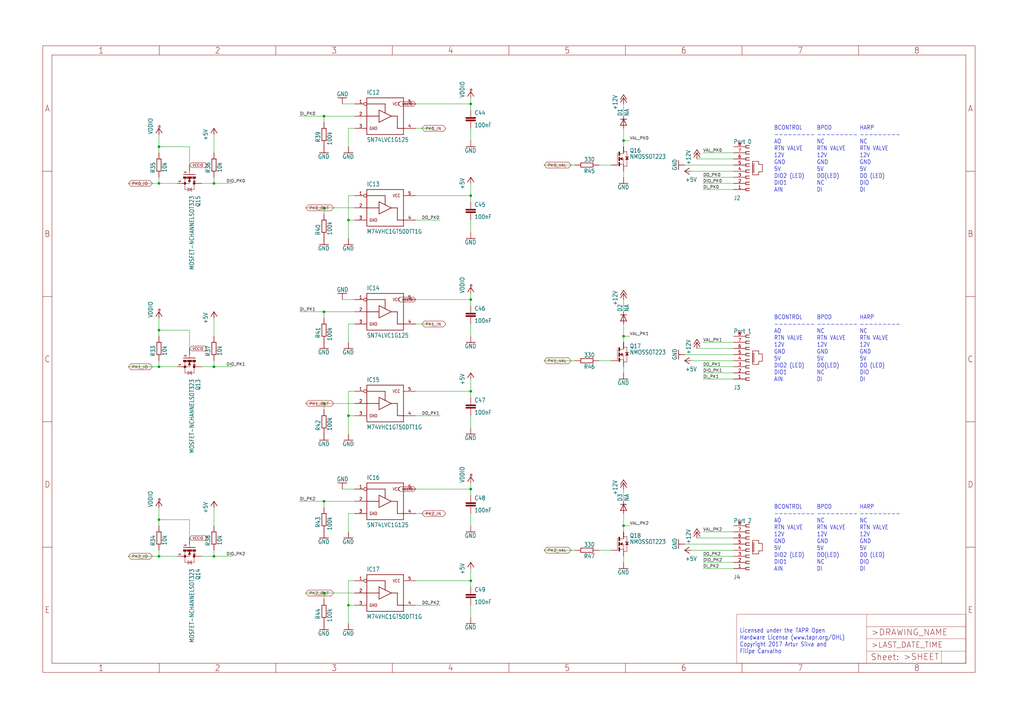
<source format=kicad_sch>
(kicad_sch (version 20211123) (generator eeschema)
  (paper "User" 425.45 299.593)
  (lib_symbols
    (symbol "harp behavior v1.2-eagle-import:+12V" (power)
      (property "Value" "+12V" (at -2.54 -5.08 90))
      (symbol "+12V_1_0"
        (pin power_in line (at 0 -2.54 90) (length 2.54) (name "+12V") (number "1"))
      )
    )
    (symbol "harp behavior v1.2-eagle-import:+5V" (power)
      (property "Value" "+5V" (at -2.54 -5.08 90))
      (symbol "+5V_1_0"
        (pin power_in line (at 0 -2.54 90) (length 2.54) (name "+5V") (number "1"))
      )
    )
    (symbol "harp behavior v1.2-eagle-import:520426-4"
      (property "Reference" "J" (at -5.08 10.16 0))
      (property "Value" "520426-4" (at -5.08 -13.208 0))
      (symbol "520426-4_1_0"
        (pin passive line (at -5.08 7.62 0) (length 5.08) (name "1") (number "1"))
        (pin passive line (at -5.08 5.08 0) (length 5.08) (name "2") (number "2"))
        (pin passive line (at -5.08 2.54 0) (length 5.08) (name "3") (number "3"))
        (pin passive line (at -5.08 0 0) (length 5.08) (name "4") (number "4"))
        (pin passive line (at -5.08 -2.54 0) (length 5.08) (name "5") (number "5"))
        (pin passive line (at -5.08 -5.08 0) (length 5.08) (name "6") (number "6"))
        (pin passive line (at -5.08 -7.62 0) (length 5.08) (name "7") (number "7"))
        (pin passive line (at -5.08 -10.16 0) (length 5.08) (name "8") (number "8"))
      )
    )
    (symbol "harp behavior v1.2-eagle-import:A3L-LOC"
      (symbol "A3L-LOC_0_0"
        (text "1" (at 24.2094 1.905 0) (effects (font (size 2.54 2.286))))
        (text "1" (at 24.2094 258.445 0) (effects (font (size 2.54 2.286))))
        (text "2" (at 72.6281 1.905 0) (effects (font (size 2.54 2.286))))
        (text "2" (at 72.6281 258.445 0) (effects (font (size 2.54 2.286))))
        (text "3" (at 121.0469 1.905 0) (effects (font (size 2.54 2.286))))
        (text "3" (at 121.0469 258.445 0) (effects (font (size 2.54 2.286))))
        (text "4" (at 169.4656 1.905 0) (effects (font (size 2.54 2.286))))
        (text "4" (at 169.4656 258.445 0) (effects (font (size 2.54 2.286))))
        (text "5" (at 217.8844 1.905 0) (effects (font (size 2.54 2.286))))
        (text "5" (at 217.8844 258.445 0) (effects (font (size 2.54 2.286))))
        (text "6" (at 266.3031 1.905 0) (effects (font (size 2.54 2.286))))
        (text "6" (at 266.3031 258.445 0) (effects (font (size 2.54 2.286))))
        (text "7" (at 314.7219 1.905 0) (effects (font (size 2.54 2.286))))
        (text "7" (at 314.7219 258.445 0) (effects (font (size 2.54 2.286))))
        (text "8" (at 363.1406 1.905 0) (effects (font (size 2.54 2.286))))
        (text "8" (at 363.1406 258.445 0) (effects (font (size 2.54 2.286))))
        (text "A" (at 1.905 234.315 0) (effects (font (size 2.54 2.286))))
        (text "A" (at 385.445 234.315 0) (effects (font (size 2.54 2.286))))
        (text "B" (at 1.905 182.245 0) (effects (font (size 2.54 2.286))))
        (text "B" (at 385.445 182.245 0) (effects (font (size 2.54 2.286))))
        (text "C" (at 1.905 130.175 0) (effects (font (size 2.54 2.286))))
        (text "C" (at 385.445 130.175 0) (effects (font (size 2.54 2.286))))
        (text "D" (at 1.905 78.105 0) (effects (font (size 2.54 2.286))))
        (text "D" (at 385.445 78.105 0) (effects (font (size 2.54 2.286))))
        (text "E" (at 1.905 26.035 0) (effects (font (size 2.54 2.286))))
        (text "E" (at 385.445 26.035 0) (effects (font (size 2.54 2.286))))
      )
      (symbol "A3L-LOC_1_0"
        (text ">DRAWING_NAME" (at 344.17 15.24 0) (effects (font (size 2.54 2.54)) (justify left bottom)))
        (text ">LAST_DATE_TIME" (at 344.17 10.16 0) (effects (font (size 2.286 2.286)) (justify left bottom)))
        (text ">SHEET" (at 357.505 5.08 0) (effects (font (size 2.54 2.54)) (justify left bottom)))
        (text "Sheet:" (at 343.916 4.953 0) (effects (font (size 2.54 2.54)) (justify left bottom)))
      )
    )
    (symbol "harp behavior v1.2-eagle-import:C-EUC0402"
      (property "Reference" "C" (at 1.524 0.381 0))
      (property "Value" "C-EUC0402" (at 1.524 -4.699 0))
      (symbol "C-EUC0402_1_0"
        (pin passive line (at 0 2.54 270) (length 2.54) (name "1") (number "1"))
        (pin passive line (at 0 -5.08 90) (length 2.54) (name "2") (number "2"))
      )
    )
    (symbol "harp behavior v1.2-eagle-import:DIODE-SOD323-R"
      (property "Reference" "D" (at 2.54 0.4826 0))
      (property "Value" "DIODE-SOD323-R" (at 2.54 -2.3114 0))
      (symbol "DIODE-SOD323-R_1_0"
        (pin passive line (at -2.54 0 0) (length 2.54) (name "A") (number "A"))
        (pin passive line (at 2.54 0 180) (length 2.54) (name "C") (number "C"))
      )
    )
    (symbol "harp behavior v1.2-eagle-import:GND" (power)
      (property "Value" "GND" (at -2.54 -2.54 0))
      (symbol "GND_1_0"
        (pin power_in line (at 0 2.54 270) (length 2.54) (name "GND") (number "1"))
      )
    )
    (symbol "harp behavior v1.2-eagle-import:MOSFET-NCHANNELSOT323"
      (property "Reference" "Q" (at 5.08 2.54 0))
      (property "Value" "MOSFET-NCHANNELSOT323" (at 5.08 0 0))
      (symbol "MOSFET-NCHANNELSOT323_1_0"
        (text "D" (at -1.27 2.54 0) (effects (font (size 0.8128 0.6908)) (justify left bottom)))
        (text "G" (at -5.08 -1.27 0) (effects (font (size 0.8128 0.6908)) (justify left bottom)))
        (text "S" (at -1.27 -3.556 0) (effects (font (size 0.8128 0.6908)) (justify left bottom)))
        (pin passive line (at -7.62 0 0) (length 2.54) (name "G") (number "1"))
        (pin passive line (at 0 -5.08 90) (length 2.54) (name "S") (number "2"))
        (pin passive line (at 0 5.08 270) (length 2.54) (name "D") (number "3"))
      )
    )
    (symbol "harp behavior v1.2-eagle-import:NMOSSOT223"
      (property "Reference" "T" (at 2.54 2.54 0))
      (property "Value" "NMOSSOT223" (at 2.54 0 0))
      (symbol "NMOSSOT223_1_0"
        (pin passive line (at -5.08 -2.54 0) (length 2.54) (name "G") (number "1"))
        (pin passive line (at 0 5.08 270) (length 2.54) (name "D") (number "2"))
        (pin passive line (at 0 -5.08 90) (length 2.54) (name "S") (number "3"))
        (pin passive line (at 0 5.08 270) (length 2.54) (name "D") (number "4"))
      )
    )
    (symbol "harp behavior v1.2-eagle-import:R-EU_R0402"
      (property "Reference" "R" (at -3.81 1.4986 0))
      (property "Value" "R-EU_R0402" (at -3.81 -3.302 0))
      (symbol "R-EU_R0402_1_0"
        (pin passive line (at -5.08 0 0) (length 2.54) (name "1") (number "1"))
        (pin passive line (at 5.08 0 180) (length 2.54) (name "2") (number "2"))
      )
    )
    (symbol "harp behavior v1.2-eagle-import:SN74LVC1G125"
      (property "Value" "SN74LVC1G125" (at -7.62 -10.795 0))
      (symbol "SN74LVC1G125_1_0"
        (text "GND" (at -6.604 -5.842 0) (effects (font (size 1.27 1.0795)) (justify left bottom)))
        (text "VCC" (at 3.048 4.318 0) (effects (font (size 1.27 1.0795)) (justify left bottom)))
        (pin bidirectional inverted (at -12.7 5.08 0) (length 5.08) (name "P$1") (number "1"))
        (pin bidirectional line (at -12.7 0 0) (length 5.08) (name "P$2") (number "2"))
        (pin bidirectional line (at -12.7 -5.08 0) (length 5.08) (name "P$3") (number "3"))
        (pin bidirectional line (at 12.7 -5.08 180) (length 5.08) (name "P$4") (number "4"))
        (pin bidirectional line (at 12.7 5.08 180) (length 5.08) (name "P$5") (number "5"))
      )
    )
    (symbol "harp behavior v1.2-eagle-import:VCCIO" (power)
      (property "Value" "VCCIO" (at -2.54 -2.54 90))
      (symbol "VCCIO_1_0"
        (text "IO" (at -0.508 0.254 0) (effects (font (size 0.8128 0.6908)) (justify left bottom)))
        (pin power_in line (at 0 -2.54 90) (length 2.54) (name "VCCIO") (number "1"))
      )
    )
  )
  (junction (at 195.58 241.3))
  (junction (at 134.62 48.26))
  (junction (at 195.58 124.46))
  (junction (at 144.78 251.46))
  (junction (at 259.08 58.42))
  (junction (at 66.04 76.2))
  (junction (at 144.78 172.72))
  (junction (at 195.58 81.28))
  (junction (at 88.9 231.14))
  (junction (at 66.04 231.14))
  (junction (at 195.58 162.56))
  (junction (at 66.04 215.9))
  (junction (at 66.04 137.16))
  (junction (at 134.62 208.28))
  (junction (at 134.62 86.36))
  (junction (at 66.04 60.96))
  (junction (at 88.9 76.2))
  (junction (at 195.58 43.18))
  (junction (at 195.58 203.2))
  (junction (at 134.62 129.54))
  (junction (at 134.62 167.64))
  (junction (at 144.78 91.44))
  (junction (at 66.04 152.4))
  (junction (at 134.62 246.38))
  (junction (at 259.08 218.44))
  (junction (at 259.08 139.7))
  (junction (at 88.9 152.4))
  (wire (pts (xy 172.72 172.72) (xy 182.88 172.72)))
  (wire (pts (xy 144.78 91.44) (xy 144.78 99.06)))
  (wire (pts (xy 248.92 149.86) (xy 254 149.86)))
  (wire (pts (xy 88.9 139.7) (xy 88.9 132.08)))
  (wire (pts (xy 304.8 78.74) (xy 292.1 78.74)))
  (wire (pts (xy 66.04 215.9) (xy 66.04 210.82)))
  (wire (pts (xy 172.72 251.46) (xy 182.88 251.46)))
  (wire (pts (xy 304.8 142.24) (xy 292.1 142.24)))
  (wire (pts (xy 172.72 241.3) (xy 195.58 241.3)))
  (wire (pts (xy 144.78 172.72) (xy 144.78 180.34)))
  (wire (pts (xy 259.08 208.28) (xy 259.08 203.2)))
  (wire (pts (xy 134.62 132.08) (xy 134.62 129.54)))
  (wire (pts (xy 195.58 53.34) (xy 195.58 58.42)))
  (wire (pts (xy 88.9 228.6) (xy 88.9 231.14)))
  (wire (pts (xy 259.08 218.44) (xy 259.08 213.36)))
  (wire (pts (xy 304.8 149.86) (xy 287.02 149.86)))
  (wire (pts (xy 144.78 53.34) (xy 144.78 60.96)))
  (wire (pts (xy 172.72 213.36) (xy 180.34 213.36)))
  (wire (pts (xy 284.48 68.58) (xy 304.8 68.58)))
  (wire (pts (xy 66.04 152.4) (xy 53.34 152.4)))
  (wire (pts (xy 144.78 241.3) (xy 144.78 251.46)))
  (wire (pts (xy 66.04 73.66) (xy 66.04 76.2)))
  (wire (pts (xy 88.9 218.44) (xy 88.9 210.82)))
  (wire (pts (xy 78.74 68.58) (xy 78.74 60.96)))
  (wire (pts (xy 78.74 60.96) (xy 66.04 60.96)))
  (wire (pts (xy 304.8 231.14) (xy 292.1 231.14)))
  (wire (pts (xy 144.78 213.36) (xy 144.78 220.98)))
  (wire (pts (xy 259.08 142.24) (xy 259.08 139.7)))
  (wire (pts (xy 172.72 162.56) (xy 195.58 162.56)))
  (wire (pts (xy 259.08 60.96) (xy 259.08 58.42)))
  (wire (pts (xy 134.62 170.18) (xy 134.62 167.64)))
  (wire (pts (xy 195.58 40.64) (xy 195.58 43.18)))
  (wire (pts (xy 195.58 127) (xy 195.58 124.46)))
  (wire (pts (xy 304.8 236.22) (xy 292.1 236.22)))
  (wire (pts (xy 259.08 129.54) (xy 259.08 124.46)))
  (wire (pts (xy 259.08 58.42) (xy 261.62 58.42)))
  (wire (pts (xy 134.62 208.28) (xy 124.46 208.28)))
  (wire (pts (xy 147.32 241.3) (xy 144.78 241.3)))
  (wire (pts (xy 66.04 76.2) (xy 53.34 76.2)))
  (wire (pts (xy 259.08 233.68) (xy 259.08 231.14)))
  (wire (pts (xy 147.32 246.38) (xy 134.62 246.38)))
  (wire (pts (xy 172.72 81.28) (xy 195.58 81.28)))
  (wire (pts (xy 134.62 48.26) (xy 124.46 48.26)))
  (wire (pts (xy 66.04 149.86) (xy 66.04 152.4)))
  (wire (pts (xy 144.78 81.28) (xy 144.78 91.44)))
  (wire (pts (xy 195.58 251.46) (xy 195.58 256.54)))
  (wire (pts (xy 172.72 203.2) (xy 195.58 203.2)))
  (wire (pts (xy 66.04 137.16) (xy 66.04 132.08)))
  (wire (pts (xy 259.08 139.7) (xy 259.08 134.62)))
  (wire (pts (xy 304.8 71.12) (xy 287.02 71.12)))
  (wire (pts (xy 134.62 88.9) (xy 134.62 86.36)))
  (wire (pts (xy 289.56 144.78) (xy 304.8 144.78)))
  (wire (pts (xy 259.08 220.98) (xy 259.08 218.44)))
  (wire (pts (xy 78.74 144.78) (xy 78.74 137.16)))
  (wire (pts (xy 195.58 236.22) (xy 195.58 241.3)))
  (wire (pts (xy 144.78 162.56) (xy 144.78 172.72)))
  (wire (pts (xy 304.8 223.52) (xy 289.56 223.52)))
  (wire (pts (xy 259.08 154.94) (xy 259.08 152.4)))
  (wire (pts (xy 73.66 231.14) (xy 66.04 231.14)))
  (wire (pts (xy 134.62 248.92) (xy 134.62 246.38)))
  (wire (pts (xy 88.9 149.86) (xy 88.9 152.4)))
  (wire (pts (xy 259.08 139.7) (xy 261.62 139.7)))
  (wire (pts (xy 195.58 121.92) (xy 195.58 124.46)))
  (wire (pts (xy 195.58 76.2) (xy 195.58 81.28)))
  (wire (pts (xy 78.74 223.52) (xy 78.74 215.9)))
  (wire (pts (xy 134.62 246.38) (xy 127 246.38)))
  (wire (pts (xy 147.32 53.34) (xy 144.78 53.34)))
  (wire (pts (xy 284.48 226.06) (xy 304.8 226.06)))
  (wire (pts (xy 304.8 233.68) (xy 292.1 233.68)))
  (wire (pts (xy 304.8 152.4) (xy 292.1 152.4)))
  (wire (pts (xy 304.8 154.94) (xy 292.1 154.94)))
  (wire (pts (xy 259.08 73.66) (xy 259.08 71.12)))
  (wire (pts (xy 195.58 243.84) (xy 195.58 241.3)))
  (wire (pts (xy 172.72 124.46) (xy 195.58 124.46)))
  (wire (pts (xy 88.9 73.66) (xy 88.9 76.2)))
  (wire (pts (xy 73.66 152.4) (xy 66.04 152.4)))
  (wire (pts (xy 259.08 53.34) (xy 259.08 58.42)))
  (wire (pts (xy 66.04 215.9) (xy 66.04 218.44)))
  (wire (pts (xy 83.82 152.4) (xy 88.9 152.4)))
  (wire (pts (xy 66.04 228.6) (xy 66.04 231.14)))
  (wire (pts (xy 147.32 251.46) (xy 144.78 251.46)))
  (wire (pts (xy 238.76 149.86) (xy 226.06 149.86)))
  (wire (pts (xy 134.62 208.28) (xy 147.32 208.28)))
  (wire (pts (xy 144.78 251.46) (xy 144.78 259.08)))
  (wire (pts (xy 134.62 129.54) (xy 124.46 129.54)))
  (wire (pts (xy 284.48 147.32) (xy 304.8 147.32)))
  (wire (pts (xy 304.8 63.5) (xy 292.1 63.5)))
  (wire (pts (xy 134.62 50.8) (xy 134.62 48.26)))
  (wire (pts (xy 147.32 124.46) (xy 142.24 124.46)))
  (wire (pts (xy 195.58 200.66) (xy 195.58 203.2)))
  (wire (pts (xy 147.32 43.18) (xy 142.24 43.18)))
  (wire (pts (xy 88.9 231.14) (xy 96.52 231.14)))
  (wire (pts (xy 66.04 137.16) (xy 66.04 139.7)))
  (wire (pts (xy 88.9 63.5) (xy 88.9 55.88)))
  (wire (pts (xy 304.8 76.2) (xy 292.1 76.2)))
  (wire (pts (xy 195.58 172.72) (xy 195.58 177.8)))
  (wire (pts (xy 304.8 73.66) (xy 292.1 73.66)))
  (wire (pts (xy 238.76 68.58) (xy 226.06 68.58)))
  (wire (pts (xy 195.58 213.36) (xy 195.58 218.44)))
  (wire (pts (xy 83.82 76.2) (xy 88.9 76.2)))
  (wire (pts (xy 134.62 86.36) (xy 127 86.36)))
  (wire (pts (xy 248.92 228.6) (xy 254 228.6)))
  (wire (pts (xy 238.76 228.6) (xy 226.06 228.6)))
  (wire (pts (xy 144.78 134.62) (xy 144.78 142.24)))
  (wire (pts (xy 304.8 66.04) (xy 289.56 66.04)))
  (wire (pts (xy 147.32 203.2) (xy 142.24 203.2)))
  (wire (pts (xy 172.72 43.18) (xy 195.58 43.18)))
  (wire (pts (xy 78.74 215.9) (xy 66.04 215.9)))
  (wire (pts (xy 147.32 213.36) (xy 144.78 213.36)))
  (wire (pts (xy 195.58 165.1) (xy 195.58 162.56)))
  (wire (pts (xy 195.58 205.74) (xy 195.58 203.2)))
  (wire (pts (xy 195.58 134.62) (xy 195.58 139.7)))
  (wire (pts (xy 304.8 228.6) (xy 287.02 228.6)))
  (wire (pts (xy 147.32 172.72) (xy 144.78 172.72)))
  (wire (pts (xy 248.92 68.58) (xy 254 68.58)))
  (wire (pts (xy 66.04 231.14) (xy 53.34 231.14)))
  (wire (pts (xy 172.72 91.44) (xy 182.88 91.44)))
  (wire (pts (xy 147.32 162.56) (xy 144.78 162.56)))
  (wire (pts (xy 73.66 76.2) (xy 66.04 76.2)))
  (wire (pts (xy 304.8 220.98) (xy 292.1 220.98)))
  (wire (pts (xy 78.74 137.16) (xy 66.04 137.16)))
  (wire (pts (xy 195.58 45.72) (xy 195.58 43.18)))
  (wire (pts (xy 134.62 167.64) (xy 127 167.64)))
  (wire (pts (xy 195.58 157.48) (xy 195.58 162.56)))
  (wire (pts (xy 134.62 48.26) (xy 147.32 48.26)))
  (wire (pts (xy 88.9 152.4) (xy 96.52 152.4)))
  (wire (pts (xy 304.8 157.48) (xy 292.1 157.48)))
  (wire (pts (xy 172.72 134.62) (xy 180.34 134.62)))
  (wire (pts (xy 147.32 86.36) (xy 134.62 86.36)))
  (wire (pts (xy 88.9 76.2) (xy 96.52 76.2)))
  (wire (pts (xy 83.82 231.14) (xy 88.9 231.14)))
  (wire (pts (xy 134.62 210.82) (xy 134.62 208.28)))
  (wire (pts (xy 195.58 83.82) (xy 195.58 81.28)))
  (wire (pts (xy 172.72 53.34) (xy 180.34 53.34)))
  (wire (pts (xy 195.58 91.44) (xy 195.58 96.52)))
  (wire (pts (xy 147.32 91.44) (xy 144.78 91.44)))
  (wire (pts (xy 66.04 60.96) (xy 66.04 63.5)))
  (wire (pts (xy 259.08 218.44) (xy 261.62 218.44)))
  (wire (pts (xy 134.62 129.54) (xy 147.32 129.54)))
  (wire (pts (xy 259.08 48.26) (xy 259.08 43.18)))
  (wire (pts (xy 147.32 134.62) (xy 144.78 134.62)))
  (wire (pts (xy 147.32 81.28) (xy 144.78 81.28)))
  (wire (pts (xy 147.32 167.64) (xy 134.62 167.64)))
  (wire (pts (xy 66.04 60.96) (xy 66.04 55.88)))
  (text "Licensed under the TAPR Open\nHardware License (www.tapr.org/OHL)\nCopyright 2017 Artur Silva and\nFilipe Carvalho" (at 307.34 271.78 0) (effects (font (size 1.778 1.5113)) (justify left bottom)))
  (text "HARP\n---------\nNC\nRTN VALVE\n12V\nGND\n5V\nDO (LED)\nDIO\nDI" (at 357.124 237.49 0) (effects (font (size 1.778 1.5113)) (justify left bottom)))
  (text "BPOD\n---------\nNC\nRTN VALVE\n12V\nGND\n5V\nDO(LED)\nNC\nDI" (at 339.344 80.01 0) (effects (font (size 1.778 1.5113)) (justify left bottom)))
  (text "HARP\n---------\nNC\nRTN VALVE\n12V\nGND\n5V\nDO (LED)\nDIO\nDI" (at 357.124 80.01 0) (effects (font (size 1.778 1.5113)) (justify left bottom)))
  (text "BCONTROL\n---------\nAO\nRTN VALVE\n12V\nGND\n5V\nDIO2 (LED)\nDIO1\nAIN" (at 321.564 158.75 0) (effects (font (size 1.778 1.5113)) (justify left bottom)))
  (text "BCONTROL\n---------\nAO\nRTN VALVE\n12V\nGND\n5V\nDIO2 (LED)\nDIO1\nAIN" (at 321.564 237.49 0) (effects (font (size 1.778 1.5113)) (justify left bottom)))
  (text "BCONTROL\n---------\nAO\nRTN VALVE\n12V\nGND\n5V\nDIO2 (LED)\nDIO1\nAIN" (at 321.564 80.01 0) (effects (font (size 1.778 1.5113)) (justify left bottom)))
  (text "BPOD\n---------\nNC\nRTN VALVE\n12V\nGND\n5V\nDO(LED)\nNC\nDI" (at 339.344 237.49 0) (effects (font (size 1.778 1.5113)) (justify left bottom)))
  (text "HARP\n---------\nNC\nRTN VALVE\n12V\nGND\n5V\nDO (LED)\nDIO\nDI" (at 357.124 158.75 0) (effects (font (size 1.778 1.5113)) (justify left bottom)))
  (text "BPOD\n---------\nNC\nRTN VALVE\n12V\nGND\n5V\nDO(LED)\nNC\nDI" (at 339.344 158.75 0) (effects (font (size 1.778 1.5113)) (justify left bottom)))
  (label "DO_PK2" (at 292.1 231.14 0) (effects (font (size 1.2446 1.2446))))
  (label "DO_PK2" (at 175.26 251.46 0) (effects (font (size 1.2446 1.2446))))
  (label "DIO_PK0" (at 292.1 76.2 0) (effects (font (size 1.2446 1.2446))))
  (label "DO_PK1" (at 292.1 152.4 0) (effects (font (size 1.2446 1.2446))))
  (label "DI_PK1" (at 292.1 157.48 0) (effects (font (size 1.2446 1.2446))))
  (label "DO_PK0" (at 292.1 73.66 0) (effects (font (size 1.2446 1.2446))))
  (label "DIO_PK1" (at 93.98 152.4 0) (effects (font (size 1.2446 1.2446))))
  (label "DO_PK0" (at 175.26 91.44 0) (effects (font (size 1.2446 1.2446))))
  (label "DI_PK0" (at 124.46 48.26 0) (effects (font (size 1.2446 1.2446))))
  (label "DIO_PK1" (at 292.1 154.94 0) (effects (font (size 1.2446 1.2446))))
  (label "VAL_PK0" (at 292.1 63.5 0) (effects (font (size 1.2446 1.2446))))
  (label "DI_PK0" (at 292.1 78.74 0) (effects (font (size 1.2446 1.2446))))
  (label "VAL_PK1" (at 261.62 139.7 0) (effects (font (size 1.2446 1.2446))))
  (label "VAL_PK0" (at 261.62 58.42 0) (effects (font (size 1.2446 1.2446))))
  (label "DI_PK1" (at 124.46 129.54 0) (effects (font (size 1.2446 1.2446))))
  (label "VAL_PK2" (at 261.62 218.44 0) (effects (font (size 1.2446 1.2446))))
  (label "VAL_PK2" (at 292.1 220.98 0) (effects (font (size 1.2446 1.2446))))
  (label "DIO_PK2" (at 292.1 233.68 0) (effects (font (size 1.2446 1.2446))))
  (label "VAL_PK1" (at 292.1 142.24 0) (effects (font (size 1.2446 1.2446))))
  (label "DI_PK2" (at 124.46 208.28 0) (effects (font (size 1.2446 1.2446))))
  (label "DO_PK1" (at 175.26 172.72 0) (effects (font (size 1.2446 1.2446))))
  (label "DIO_PK2" (at 93.98 231.14 0) (effects (font (size 1.2446 1.2446))))
  (label "DI_PK2" (at 292.1 236.22 0) (effects (font (size 1.2446 1.2446))))
  (label "DIO_PK0" (at 93.98 76.2 0) (effects (font (size 1.2446 1.2446))))
  (global_label "PK0_IO" (shape bidirectional) (at 53.34 76.2 0) (effects (font (size 1.2446 1.2446))) (property "Intersheet References" "${INTERSHEET_REFS}" (effects hide)))
  (global_label "PK1_IO" (shape bidirectional) (at 53.34 152.4 0) (effects (font (size 1.2446 1.2446))) (property "Intersheet References" "${INTERSHEET_REFS}" (effects hide)))
  (global_label "VCCIO" (shape bidirectional) (at 172.72 43.18 180) (effects (font (size 1.016 1.016))) (property "Intersheet References" "${INTERSHEET_REFS}" (effects hide)))
  (global_label "PK1_IN" (shape bidirectional) (at 175.26 134.62 0) (effects (font (size 1.2446 1.2446))) (property "Intersheet References" "${INTERSHEET_REFS}" (effects hide)))
  (global_label "VCCIO" (shape bidirectional) (at 172.72 124.46 180) (effects (font (size 1.016 1.016))) (property "Intersheet References" "${INTERSHEET_REFS}" (effects hide)))
  (global_label "PK2_OUT" (shape bidirectional) (at 127 246.38 0) (effects (font (size 1.2446 1.2446))) (property "Intersheet References" "${INTERSHEET_REFS}" (effects hide)))
  (global_label "VCCIO" (shape bidirectional) (at 172.72 203.2 180) (effects (font (size 1.016 1.016))) (property "Intersheet References" "${INTERSHEET_REFS}" (effects hide)))
  (global_label "VCCIO" (shape bidirectional) (at 78.74 144.78 0) (effects (font (size 1.016 1.016))) (property "Intersheet References" "${INTERSHEET_REFS}" (effects hide)))
  (global_label "PK0_IN" (shape bidirectional) (at 175.26 53.34 0) (effects (font (size 1.2446 1.2446))) (property "Intersheet References" "${INTERSHEET_REFS}" (effects hide)))
  (global_label "VCCIO" (shape bidirectional) (at 78.74 68.58 0) (effects (font (size 1.016 1.016))) (property "Intersheet References" "${INTERSHEET_REFS}" (effects hide)))
  (global_label "PK1_VAL" (shape bidirectional) (at 226.06 149.86 0) (effects (font (size 1.2446 1.2446))) (property "Intersheet References" "${INTERSHEET_REFS}" (effects hide)))
  (global_label "PK2_IN" (shape bidirectional) (at 175.26 213.36 0) (effects (font (size 1.2446 1.2446))) (property "Intersheet References" "${INTERSHEET_REFS}" (effects hide)))
  (global_label "PK1_OUT" (shape bidirectional) (at 127 167.64 0) (effects (font (size 1.2446 1.2446))) (property "Intersheet References" "${INTERSHEET_REFS}" (effects hide)))
  (global_label "PK0_OUT" (shape bidirectional) (at 127 86.36 0) (effects (font (size 1.2446 1.2446))) (property "Intersheet References" "${INTERSHEET_REFS}" (effects hide)))
  (global_label "PK2_IO" (shape bidirectional) (at 53.34 231.14 0) (effects (font (size 1.2446 1.2446))) (property "Intersheet References" "${INTERSHEET_REFS}" (effects hide)))
  (global_label "PK0_VAL" (shape bidirectional) (at 226.06 68.58 0) (effects (font (size 1.2446 1.2446))) (property "Intersheet References" "${INTERSHEET_REFS}" (effects hide)))
  (global_label "PK2_VAL" (shape bidirectional) (at 226.06 228.6 0) (effects (font (size 1.2446 1.2446))) (property "Intersheet References" "${INTERSHEET_REFS}" (effects hide)))
  (global_label "VCCIO" (shape bidirectional) (at 78.74 223.52 0) (effects (font (size 1.016 1.016))) (property "Intersheet References" "${INTERSHEET_REFS}" (effects hide)))
  (symbol (lib_id "harp behavior v1.2-eagle-import:520426-4") (at 309.88 71.12 0) (mirror x)
    (property "Reference" "J2" (at 304.8 81.28 0) (effects (font (size 1.778 1.5113)) (justify left bottom)))
    (property "Value" "Port 0" (at 304.8 57.912 0) (effects (font (size 1.778 1.5113)) (justify left bottom)))
    (property "Footprint" "harp behavior v1.2:520426-4" (effects hide))
  )
  (symbol (lib_id "harp behavior v1.2-eagle-import:R-EU_R0402") (at 66.04 68.58 90) (mirror x)
    (property "Reference" "R35" (at 64.5414 67.31 0) (effects (font (size 1.778 1.5113)) (justify left bottom)))
    (property "Value" "10k" (at 69.342 67.31 0) (effects (font (size 1.778 1.5113)) (justify left bottom)))
    (property "Footprint" "harp behavior v1.2:R0402" (effects hide))
  )
  (symbol (lib_id "harp behavior v1.2-eagle-import:DIODE-SOD323-R") (at 259.08 50.8 90)
    (property "Reference" "D1" (at 258.5974 48.26 0) (effects (font (size 1.778 1.5113)) (justify left bottom)))
    (property "Value" "NA" (at 261.3914 48.26 0) (effects (font (size 1.778 1.5113)) (justify left bottom)))
    (property "Footprint" "harp behavior v1.2:SOD323-R" (effects hide))
  )
  (symbol (lib_id "harp behavior v1.2-eagle-import:R-EU_R0402") (at 243.84 68.58 0) (mirror x)
    (property "Reference" "R45" (at 242.57 70.0786 0) (effects (font (size 1.778 1.5113)) (justify left bottom)))
    (property "Value" "330" (at 242.57 65.278 0) (effects (font (size 1.778 1.5113)) (justify left bottom)))
    (property "Footprint" "harp behavior v1.2:R0402" (effects hide))
  )
  (symbol (lib_id "harp behavior v1.2-eagle-import:+5V") (at 88.9 208.28 0)
    (property "Reference" "#P+24" (effects hide))
    (property "Value" "+5V" (at 86.36 213.36 90) (effects (font (size 1.778 1.5113)) (justify left bottom)))
    (property "Footprint" "harp behavior v1.2:" (effects hide))
  )
  (symbol (lib_id "harp behavior v1.2-eagle-import:NMOSSOT223") (at 259.08 66.04 0)
    (property "Reference" "Q16" (at 261.62 63.5 0) (effects (font (size 1.778 1.5113)) (justify left bottom)))
    (property "Value" "NMOSSOT223" (at 261.62 66.04 0) (effects (font (size 1.778 1.5113)) (justify left bottom)))
    (property "Footprint" "harp behavior v1.2:SOT223" (effects hide))
  )
  (symbol (lib_id "harp behavior v1.2-eagle-import:GND") (at 144.78 182.88 0)
    (property "Reference" "#GND16" (effects hide))
    (property "Value" "GND" (at 142.24 185.42 0) (effects (font (size 1.778 1.5113)) (justify left bottom)))
    (property "Footprint" "harp behavior v1.2:" (effects hide))
  )
  (symbol (lib_id "harp behavior v1.2-eagle-import:GND") (at 259.08 236.22 0)
    (property "Reference" "#GND7" (effects hide))
    (property "Value" "GND" (at 256.54 238.76 0) (effects (font (size 1.778 1.5113)) (justify left bottom)))
    (property "Footprint" "harp behavior v1.2:" (effects hide))
  )
  (symbol (lib_id "harp behavior v1.2-eagle-import:SN74LVC1G125") (at 160.02 167.64 0)
    (property "Reference" "IC15" (at 152.4 158.75 0) (effects (font (size 1.778 1.5113)) (justify left bottom)))
    (property "Value" "M74VHC1GT50DTT1G" (at 152.4 178.435 0) (effects (font (size 1.778 1.5113)) (justify left bottom)))
    (property "Footprint" "harp behavior v1.2:SOT23-5" (effects hide))
  )
  (symbol (lib_id "harp behavior v1.2-eagle-import:GND") (at 281.94 68.58 270)
    (property "Reference" "#GND3" (effects hide))
    (property "Value" "GND" (at 279.4 66.04 0) (effects (font (size 1.778 1.5113)) (justify left bottom)))
    (property "Footprint" "harp behavior v1.2:" (effects hide))
  )
  (symbol (lib_id "harp behavior v1.2-eagle-import:520426-4") (at 309.88 228.6 0) (mirror x)
    (property "Reference" "J4" (at 304.8 238.76 0) (effects (font (size 1.778 1.5113)) (justify left bottom)))
    (property "Value" "Port 2" (at 304.8 215.392 0) (effects (font (size 1.778 1.5113)) (justify left bottom)))
    (property "Footprint" "harp behavior v1.2:520426-4" (effects hide))
  )
  (symbol (lib_id "harp behavior v1.2-eagle-import:+12V") (at 289.56 220.98 0)
    (property "Reference" "#P+9" (effects hide))
    (property "Value" "+12V" (at 287.02 226.06 90) (effects (font (size 1.778 1.5113)) (justify left bottom)))
    (property "Footprint" "harp behavior v1.2:" (effects hide))
  )
  (symbol (lib_id "harp behavior v1.2-eagle-import:GND") (at 144.78 144.78 0)
    (property "Reference" "#GND55" (effects hide))
    (property "Value" "GND" (at 142.24 147.32 0) (effects (font (size 1.778 1.5113)) (justify left bottom)))
    (property "Footprint" "harp behavior v1.2:" (effects hide))
  )
  (symbol (lib_id "harp behavior v1.2-eagle-import:A3L-LOC") (at 17.78 279.4 0)
    (property "Reference" "#FRAME1" (effects hide))
    (property "Value" "A3L-LOC" (effects hide))
    (property "Footprint" "harp behavior v1.2:" (effects hide))
  )
  (symbol (lib_id "harp behavior v1.2-eagle-import:R-EU_R0402") (at 134.62 137.16 90) (mirror x)
    (property "Reference" "R41" (at 133.1214 135.89 0) (effects (font (size 1.778 1.5113)) (justify left bottom)))
    (property "Value" "100k" (at 137.922 135.89 0) (effects (font (size 1.778 1.5113)) (justify left bottom)))
    (property "Footprint" "harp behavior v1.2:R0402" (effects hide))
  )
  (symbol (lib_id "harp behavior v1.2-eagle-import:R-EU_R0402") (at 243.84 149.86 0) (mirror x)
    (property "Reference" "R46" (at 242.57 151.3586 0) (effects (font (size 1.778 1.5113)) (justify left bottom)))
    (property "Value" "330" (at 242.57 146.558 0) (effects (font (size 1.778 1.5113)) (justify left bottom)))
    (property "Footprint" "harp behavior v1.2:R0402" (effects hide))
  )
  (symbol (lib_id "harp behavior v1.2-eagle-import:+5V") (at 88.9 129.54 0)
    (property "Reference" "#P+21" (effects hide))
    (property "Value" "+5V" (at 86.36 134.62 90) (effects (font (size 1.778 1.5113)) (justify left bottom)))
    (property "Footprint" "harp behavior v1.2:" (effects hide))
  )
  (symbol (lib_id "harp behavior v1.2-eagle-import:DIODE-SOD323-R") (at 259.08 132.08 90)
    (property "Reference" "D2" (at 258.5974 129.54 0) (effects (font (size 1.778 1.5113)) (justify left bottom)))
    (property "Value" "NA" (at 261.3914 129.54 0) (effects (font (size 1.778 1.5113)) (justify left bottom)))
    (property "Footprint" "harp behavior v1.2:SOD323-R" (effects hide))
  )
  (symbol (lib_id "harp behavior v1.2-eagle-import:R-EU_R0402") (at 88.9 68.58 90) (mirror x)
    (property "Reference" "R36" (at 87.4014 67.31 0) (effects (font (size 1.778 1.5113)) (justify left bottom)))
    (property "Value" "10k" (at 92.202 67.31 0) (effects (font (size 1.778 1.5113)) (justify left bottom)))
    (property "Footprint" "harp behavior v1.2:R0402" (effects hide))
  )
  (symbol (lib_id "harp behavior v1.2-eagle-import:GND") (at 142.24 200.66 180)
    (property "Reference" "#GND67" (effects hide))
    (property "Value" "GND" (at 144.78 198.12 0) (effects (font (size 1.778 1.5113)) (justify left bottom)))
    (property "Footprint" "harp behavior v1.2:" (effects hide))
  )
  (symbol (lib_id "harp behavior v1.2-eagle-import:+12V") (at 259.08 200.66 0)
    (property "Reference" "#P+8" (effects hide))
    (property "Value" "+12V" (at 256.54 205.74 90) (effects (font (size 1.778 1.5113)) (justify left bottom)))
    (property "Footprint" "harp behavior v1.2:" (effects hide))
  )
  (symbol (lib_id "harp behavior v1.2-eagle-import:+5V") (at 284.48 149.86 90)
    (property "Reference" "#P+14" (effects hide))
    (property "Value" "+5V" (at 289.56 152.4 90) (effects (font (size 1.778 1.5113)) (justify left bottom)))
    (property "Footprint" "harp behavior v1.2:" (effects hide))
  )
  (symbol (lib_id "harp behavior v1.2-eagle-import:R-EU_R0402") (at 134.62 55.88 90) (mirror x)
    (property "Reference" "R39" (at 133.1214 54.61 0) (effects (font (size 1.778 1.5113)) (justify left bottom)))
    (property "Value" "100k" (at 137.922 54.61 0) (effects (font (size 1.778 1.5113)) (justify left bottom)))
    (property "Footprint" "harp behavior v1.2:R0402" (effects hide))
  )
  (symbol (lib_id "harp behavior v1.2-eagle-import:GND") (at 281.94 147.32 270)
    (property "Reference" "#GND4" (effects hide))
    (property "Value" "GND" (at 279.4 144.78 0) (effects (font (size 1.778 1.5113)) (justify left bottom)))
    (property "Footprint" "harp behavior v1.2:" (effects hide))
  )
  (symbol (lib_id "harp behavior v1.2-eagle-import:C-EUC0402") (at 195.58 167.64 0)
    (property "Reference" "C47" (at 197.104 167.259 0) (effects (font (size 1.778 1.5113)) (justify left bottom)))
    (property "Value" "100nF" (at 197.104 172.339 0) (effects (font (size 1.778 1.5113)) (justify left bottom)))
    (property "Footprint" "harp behavior v1.2:C0402" (effects hide))
  )
  (symbol (lib_id "harp behavior v1.2-eagle-import:R-EU_R0402") (at 66.04 144.78 90) (mirror x)
    (property "Reference" "R33" (at 64.5414 143.51 0) (effects (font (size 1.778 1.5113)) (justify left bottom)))
    (property "Value" "10k" (at 69.342 143.51 0) (effects (font (size 1.778 1.5113)) (justify left bottom)))
    (property "Footprint" "harp behavior v1.2:R0402" (effects hide))
  )
  (symbol (lib_id "harp behavior v1.2-eagle-import:GND") (at 144.78 63.5 0)
    (property "Reference" "#GND12" (effects hide))
    (property "Value" "GND" (at 142.24 66.04 0) (effects (font (size 1.778 1.5113)) (justify left bottom)))
    (property "Footprint" "harp behavior v1.2:" (effects hide))
  )
  (symbol (lib_id "harp behavior v1.2-eagle-import:R-EU_R0402") (at 243.84 228.6 0) (mirror x)
    (property "Reference" "R47" (at 242.57 230.0986 0) (effects (font (size 1.778 1.5113)) (justify left bottom)))
    (property "Value" "330" (at 242.57 225.298 0) (effects (font (size 1.778 1.5113)) (justify left bottom)))
    (property "Footprint" "harp behavior v1.2:R0402" (effects hide))
  )
  (symbol (lib_id "harp behavior v1.2-eagle-import:C-EUC0402") (at 195.58 246.38 0)
    (property "Reference" "C49" (at 197.104 245.999 0) (effects (font (size 1.778 1.5113)) (justify left bottom)))
    (property "Value" "100nF" (at 197.104 251.079 0) (effects (font (size 1.778 1.5113)) (justify left bottom)))
    (property "Footprint" "harp behavior v1.2:C0402" (effects hide))
  )
  (symbol (lib_id "harp behavior v1.2-eagle-import:GND") (at 134.62 261.62 0)
    (property "Reference" "#GND99" (effects hide))
    (property "Value" "GND" (at 132.08 264.16 0) (effects (font (size 1.778 1.5113)) (justify left bottom)))
    (property "Footprint" "harp behavior v1.2:" (effects hide))
  )
  (symbol (lib_id "harp behavior v1.2-eagle-import:C-EUC0402") (at 195.58 208.28 0)
    (property "Reference" "C48" (at 197.104 207.899 0) (effects (font (size 1.778 1.5113)) (justify left bottom)))
    (property "Value" "100nF" (at 197.104 212.979 0) (effects (font (size 1.778 1.5113)) (justify left bottom)))
    (property "Footprint" "harp behavior v1.2:C0402" (effects hide))
  )
  (symbol (lib_id "harp behavior v1.2-eagle-import:GND") (at 195.58 60.96 0)
    (property "Reference" "#GND11" (effects hide))
    (property "Value" "GND" (at 193.04 63.5 0) (effects (font (size 1.778 1.5113)) (justify left bottom)))
    (property "Footprint" "harp behavior v1.2:" (effects hide))
  )
  (symbol (lib_id "harp behavior v1.2-eagle-import:VCCIO") (at 195.58 119.38 0)
    (property "Reference" "#VCC5" (effects hide))
    (property "Value" "VDDIO" (at 193.04 121.92 90) (effects (font (size 1.778 1.5113)) (justify left bottom)))
    (property "Footprint" "harp behavior v1.2:" (effects hide))
  )
  (symbol (lib_id "harp behavior v1.2-eagle-import:SN74LVC1G125") (at 160.02 86.36 0)
    (property "Reference" "IC13" (at 152.4 77.47 0) (effects (font (size 1.778 1.5113)) (justify left bottom)))
    (property "Value" "M74VHC1GT50DTT1G" (at 152.4 97.155 0) (effects (font (size 1.778 1.5113)) (justify left bottom)))
    (property "Footprint" "harp behavior v1.2:SOT23-5" (effects hide))
  )
  (symbol (lib_id "harp behavior v1.2-eagle-import:+5V") (at 195.58 233.68 0)
    (property "Reference" "#P+22" (effects hide))
    (property "Value" "+5V" (at 193.04 238.76 90) (effects (font (size 1.778 1.5113)) (justify left bottom)))
    (property "Footprint" "harp behavior v1.2:" (effects hide))
  )
  (symbol (lib_id "harp behavior v1.2-eagle-import:MOSFET-NCHANNELSOT323") (at 78.74 76.2 270)
    (property "Reference" "Q15" (at 81.28 81.28 0) (effects (font (size 1.778 1.5113)) (justify left bottom)))
    (property "Value" "MOSFET-NCHANNELSOT323" (at 78.74 81.28 0) (effects (font (size 1.778 1.5113)) (justify left bottom)))
    (property "Footprint" "harp behavior v1.2:SOT323" (effects hide))
  )
  (symbol (lib_id "harp behavior v1.2-eagle-import:+12V") (at 259.08 40.64 0)
    (property "Reference" "#P+11" (effects hide))
    (property "Value" "+12V" (at 256.54 45.72 90) (effects (font (size 1.778 1.5113)) (justify left bottom)))
    (property "Footprint" "harp behavior v1.2:" (effects hide))
  )
  (symbol (lib_id "harp behavior v1.2-eagle-import:+5V") (at 284.48 228.6 90)
    (property "Reference" "#P+17" (effects hide))
    (property "Value" "+5V" (at 289.56 231.14 90) (effects (font (size 1.778 1.5113)) (justify left bottom)))
    (property "Footprint" "harp behavior v1.2:" (effects hide))
  )
  (symbol (lib_id "harp behavior v1.2-eagle-import:GND") (at 195.58 142.24 0)
    (property "Reference" "#GND54" (effects hide))
    (property "Value" "GND" (at 193.04 144.78 0) (effects (font (size 1.778 1.5113)) (justify left bottom)))
    (property "Footprint" "harp behavior v1.2:" (effects hide))
  )
  (symbol (lib_id "harp behavior v1.2-eagle-import:R-EU_R0402") (at 134.62 254 90) (mirror x)
    (property "Reference" "R44" (at 133.1214 252.73 0) (effects (font (size 1.778 1.5113)) (justify left bottom)))
    (property "Value" "100k" (at 137.922 252.73 0) (effects (font (size 1.778 1.5113)) (justify left bottom)))
    (property "Footprint" "harp behavior v1.2:R0402" (effects hide))
  )
  (symbol (lib_id "harp behavior v1.2-eagle-import:GND") (at 281.94 226.06 270)
    (property "Reference" "#GND5" (effects hide))
    (property "Value" "GND" (at 279.4 223.52 0) (effects (font (size 1.778 1.5113)) (justify left bottom)))
    (property "Footprint" "harp behavior v1.2:" (effects hide))
  )
  (symbol (lib_id "harp behavior v1.2-eagle-import:NMOSSOT223") (at 259.08 147.32 0)
    (property "Reference" "Q17" (at 261.62 144.78 0) (effects (font (size 1.778 1.5113)) (justify left bottom)))
    (property "Value" "NMOSSOT223" (at 261.62 147.32 0) (effects (font (size 1.778 1.5113)) (justify left bottom)))
    (property "Footprint" "harp behavior v1.2:SOT223" (effects hide))
  )
  (symbol (lib_id "harp behavior v1.2-eagle-import:SN74LVC1G125") (at 160.02 208.28 0)
    (property "Reference" "IC16" (at 152.4 199.39 0) (effects (font (size 1.778 1.5113)) (justify left bottom)))
    (property "Value" "SN74LVC1G125" (at 152.4 219.075 0) (effects (font (size 1.778 1.5113)) (justify left bottom)))
    (property "Footprint" "harp behavior v1.2:SOT23-5" (effects hide))
  )
  (symbol (lib_id "harp behavior v1.2-eagle-import:GND") (at 144.78 223.52 0)
    (property "Reference" "#GND66" (effects hide))
    (property "Value" "GND" (at 142.24 226.06 0) (effects (font (size 1.778 1.5113)) (justify left bottom)))
    (property "Footprint" "harp behavior v1.2:" (effects hide))
  )
  (symbol (lib_id "harp behavior v1.2-eagle-import:C-EUC0402") (at 195.58 48.26 0)
    (property "Reference" "C44" (at 197.104 47.879 0) (effects (font (size 1.778 1.5113)) (justify left bottom)))
    (property "Value" "100nF" (at 197.104 52.959 0) (effects (font (size 1.778 1.5113)) (justify left bottom)))
    (property "Footprint" "harp behavior v1.2:C0402" (effects hide))
  )
  (symbol (lib_id "harp behavior v1.2-eagle-import:VCCIO") (at 195.58 38.1 0)
    (property "Reference" "#VCC1" (effects hide))
    (property "Value" "VDDIO" (at 193.04 40.64 90) (effects (font (size 1.778 1.5113)) (justify left bottom)))
    (property "Footprint" "harp behavior v1.2:" (effects hide))
  )
  (symbol (lib_id "harp behavior v1.2-eagle-import:R-EU_R0402") (at 66.04 223.52 90) (mirror x)
    (property "Reference" "R34" (at 64.5414 222.25 0) (effects (font (size 1.778 1.5113)) (justify left bottom)))
    (property "Value" "10k" (at 69.342 222.25 0) (effects (font (size 1.778 1.5113)) (justify left bottom)))
    (property "Footprint" "harp behavior v1.2:R0402" (effects hide))
  )
  (symbol (lib_id "harp behavior v1.2-eagle-import:GND") (at 134.62 101.6 0)
    (property "Reference" "#GND96" (effects hide))
    (property "Value" "GND" (at 132.08 104.14 0) (effects (font (size 1.778 1.5113)) (justify left bottom)))
    (property "Footprint" "harp behavior v1.2:" (effects hide))
  )
  (symbol (lib_id "harp behavior v1.2-eagle-import:+5V") (at 284.48 71.12 90)
    (property "Reference" "#P+12" (effects hide))
    (property "Value" "+5V" (at 289.56 73.66 90) (effects (font (size 1.778 1.5113)) (justify left bottom)))
    (property "Footprint" "harp behavior v1.2:" (effects hide))
  )
  (symbol (lib_id "harp behavior v1.2-eagle-import:MOSFET-NCHANNELSOT323") (at 78.74 231.14 270)
    (property "Reference" "Q14" (at 81.28 236.22 0) (effects (font (size 1.778 1.5113)) (justify left bottom)))
    (property "Value" "MOSFET-NCHANNELSOT323" (at 78.74 236.22 0) (effects (font (size 1.778 1.5113)) (justify left bottom)))
    (property "Footprint" "harp behavior v1.2:SOT323" (effects hide))
  )
  (symbol (lib_id "harp behavior v1.2-eagle-import:VCCIO") (at 195.58 198.12 0)
    (property "Reference" "#VCC9" (effects hide))
    (property "Value" "VDDIO" (at 193.04 200.66 90) (effects (font (size 1.778 1.5113)) (justify left bottom)))
    (property "Footprint" "harp behavior v1.2:" (effects hide))
  )
  (symbol (lib_id "harp behavior v1.2-eagle-import:GND") (at 142.24 40.64 180)
    (property "Reference" "#GND13" (effects hide))
    (property "Value" "GND" (at 144.78 38.1 0) (effects (font (size 1.778 1.5113)) (justify left bottom)))
    (property "Footprint" "harp behavior v1.2:" (effects hide))
  )
  (symbol (lib_id "harp behavior v1.2-eagle-import:VCCIO") (at 66.04 129.54 0)
    (property "Reference" "#VCC8" (effects hide))
    (property "Value" "VDDIO" (at 63.5 132.08 90) (effects (font (size 1.778 1.5113)) (justify left bottom)))
    (property "Footprint" "harp behavior v1.2:" (effects hide))
  )
  (symbol (lib_id "harp behavior v1.2-eagle-import:+12V") (at 289.56 142.24 0)
    (property "Reference" "#P+7" (effects hide))
    (property "Value" "+12V" (at 287.02 147.32 90) (effects (font (size 1.778 1.5113)) (justify left bottom)))
    (property "Footprint" "harp behavior v1.2:" (effects hide))
  )
  (symbol (lib_id "harp behavior v1.2-eagle-import:GND") (at 195.58 180.34 0)
    (property "Reference" "#GND53" (effects hide))
    (property "Value" "GND" (at 193.04 182.88 0) (effects (font (size 1.778 1.5113)) (justify left bottom)))
    (property "Footprint" "harp behavior v1.2:" (effects hide))
  )
  (symbol (lib_id "harp behavior v1.2-eagle-import:SN74LVC1G125") (at 160.02 48.26 0)
    (property "Reference" "IC12" (at 152.4 39.37 0) (effects (font (size 1.778 1.5113)) (justify left bottom)))
    (property "Value" "SN74LVC1G125" (at 152.4 59.055 0) (effects (font (size 1.778 1.5113)) (justify left bottom)))
    (property "Footprint" "harp behavior v1.2:SOT23-5" (effects hide))
  )
  (symbol (lib_id "harp behavior v1.2-eagle-import:+5V") (at 195.58 154.94 0)
    (property "Reference" "#P+18" (effects hide))
    (property "Value" "+5V" (at 193.04 160.02 90) (effects (font (size 1.778 1.5113)) (justify left bottom)))
    (property "Footprint" "harp behavior v1.2:" (effects hide))
  )
  (symbol (lib_id "harp behavior v1.2-eagle-import:SN74LVC1G125") (at 160.02 129.54 0)
    (property "Reference" "IC14" (at 152.4 120.65 0) (effects (font (size 1.778 1.5113)) (justify left bottom)))
    (property "Value" "SN74LVC1G125" (at 152.4 140.335 0) (effects (font (size 1.778 1.5113)) (justify left bottom)))
    (property "Footprint" "harp behavior v1.2:SOT23-5" (effects hide))
  )
  (symbol (lib_id "harp behavior v1.2-eagle-import:GND") (at 134.62 182.88 0)
    (property "Reference" "#GND97" (effects hide))
    (property "Value" "GND" (at 132.08 185.42 0) (effects (font (size 1.778 1.5113)) (justify left bottom)))
    (property "Footprint" "harp behavior v1.2:" (effects hide))
  )
  (symbol (lib_id "harp behavior v1.2-eagle-import:+12V") (at 259.08 121.92 0)
    (property "Reference" "#P+4" (effects hide))
    (property "Value" "+12V" (at 256.54 127 90) (effects (font (size 1.778 1.5113)) (justify left bottom)))
    (property "Footprint" "harp behavior v1.2:" (effects hide))
  )
  (symbol (lib_id "harp behavior v1.2-eagle-import:MOSFET-NCHANNELSOT323") (at 78.74 152.4 270)
    (property "Reference" "Q13" (at 81.28 157.48 0) (effects (font (size 1.778 1.5113)) (justify left bottom)))
    (property "Value" "MOSFET-NCHANNELSOT323" (at 78.74 157.48 0) (effects (font (size 1.778 1.5113)) (justify left bottom)))
    (property "Footprint" "harp behavior v1.2:SOT323" (effects hide))
  )
  (symbol (lib_id "harp behavior v1.2-eagle-import:VCCIO") (at 66.04 208.28 0)
    (property "Reference" "#VCC11" (effects hide))
    (property "Value" "VDDIO" (at 63.5 210.82 90) (effects (font (size 1.778 1.5113)) (justify left bottom)))
    (property "Footprint" "harp behavior v1.2:" (effects hide))
  )
  (symbol (lib_id "harp behavior v1.2-eagle-import:GND") (at 259.08 76.2 0)
    (property "Reference" "#GND2" (effects hide))
    (property "Value" "GND" (at 256.54 78.74 0) (effects (font (size 1.778 1.5113)) (justify left bottom)))
    (property "Footprint" "harp behavior v1.2:" (effects hide))
  )
  (symbol (lib_id "harp behavior v1.2-eagle-import:GND") (at 195.58 220.98 0)
    (property "Reference" "#GND64" (effects hide))
    (property "Value" "GND" (at 193.04 223.52 0) (effects (font (size 1.778 1.5113)) (justify left bottom)))
    (property "Footprint" "harp behavior v1.2:" (effects hide))
  )
  (symbol (lib_id "harp behavior v1.2-eagle-import:R-EU_R0402") (at 88.9 223.52 90) (mirror x)
    (property "Reference" "R38" (at 87.4014 222.25 0) (effects (font (size 1.778 1.5113)) (justify left bottom)))
    (property "Value" "10k" (at 92.202 222.25 0) (effects (font (size 1.778 1.5113)) (justify left bottom)))
    (property "Footprint" "harp behavior v1.2:R0402" (effects hide))
  )
  (symbol (lib_id "harp behavior v1.2-eagle-import:GND") (at 134.62 63.5 0)
    (property "Reference" "#GND17" (effects hide))
    (property "Value" "GND" (at 132.08 66.04 0) (effects (font (size 1.778 1.5113)) (justify left bottom)))
    (property "Footprint" "harp behavior v1.2:" (effects hide))
  )
  (symbol (lib_id "harp behavior v1.2-eagle-import:C-EUC0402") (at 195.58 129.54 0)
    (property "Reference" "C46" (at 197.104 129.159 0) (effects (font (size 1.778 1.5113)) (justify left bottom)))
    (property "Value" "100nF" (at 197.104 134.239 0) (effects (font (size 1.778 1.5113)) (justify left bottom)))
    (property "Footprint" "harp behavior v1.2:C0402" (effects hide))
  )
  (symbol (lib_id "harp behavior v1.2-eagle-import:GND") (at 259.08 157.48 0)
    (property "Reference" "#GND6" (effects hide))
    (property "Value" "GND" (at 256.54 160.02 0) (effects (font (size 1.778 1.5113)) (justify left bottom)))
    (property "Footprint" "harp behavior v1.2:" (effects hide))
  )
  (symbol (lib_id "harp behavior v1.2-eagle-import:GND") (at 195.58 259.08 0)
    (property "Reference" "#GND63" (effects hide))
    (property "Value" "GND" (at 193.04 261.62 0) (effects (font (size 1.778 1.5113)) (justify left bottom)))
    (property "Footprint" "harp behavior v1.2:" (effects hide))
  )
  (symbol (lib_id "harp behavior v1.2-eagle-import:VCCIO") (at 66.04 53.34 0)
    (property "Reference" "#VCC2" (effects hide))
    (property "Value" "VDDIO" (at 63.5 55.88 90) (effects (font (size 1.778 1.5113)) (justify left bottom)))
    (property "Footprint" "harp behavior v1.2:" (effects hide))
  )
  (symbol (lib_id "harp behavior v1.2-eagle-import:GND") (at 142.24 121.92 180)
    (property "Reference" "#GND58" (effects hide))
    (property "Value" "GND" (at 144.78 119.38 0) (effects (font (size 1.778 1.5113)) (justify left bottom)))
    (property "Footprint" "harp behavior v1.2:" (effects hide))
  )
  (symbol (lib_id "harp behavior v1.2-eagle-import:520426-4") (at 309.88 149.86 0) (mirror x)
    (property "Reference" "J3" (at 304.8 160.02 0) (effects (font (size 1.778 1.5113)) (justify left bottom)))
    (property "Value" "Port 1" (at 304.8 136.652 0) (effects (font (size 1.778 1.5113)) (justify left bottom)))
    (property "Footprint" "harp behavior v1.2:520426-4" (effects hide))
  )
  (symbol (lib_id "harp behavior v1.2-eagle-import:R-EU_R0402") (at 134.62 215.9 90) (mirror x)
    (property "Reference" "R43" (at 133.1214 214.63 0) (effects (font (size 1.778 1.5113)) (justify left bottom)))
    (property "Value" "100k" (at 137.922 214.63 0) (effects (font (size 1.778 1.5113)) (justify left bottom)))
    (property "Footprint" "harp behavior v1.2:R0402" (effects hide))
  )
  (symbol (lib_id "harp behavior v1.2-eagle-import:GND") (at 134.62 144.78 0)
    (property "Reference" "#GND61" (effects hide))
    (property "Value" "GND" (at 132.08 147.32 0) (effects (font (size 1.778 1.5113)) (justify left bottom)))
    (property "Footprint" "harp behavior v1.2:" (effects hide))
  )
  (symbol (lib_id "harp behavior v1.2-eagle-import:R-EU_R0402") (at 88.9 144.78 90) (mirror x)
    (property "Reference" "R37" (at 87.4014 143.51 0) (effects (font (size 1.778 1.5113)) (justify left bottom)))
    (property "Value" "10k" (at 92.202 143.51 0) (effects (font (size 1.778 1.5113)) (justify left bottom)))
    (property "Footprint" "harp behavior v1.2:R0402" (effects hide))
  )
  (symbol (lib_id "harp behavior v1.2-eagle-import:GND") (at 144.78 261.62 0)
    (property "Reference" "#GND62" (effects hide))
    (property "Value" "GND" (at 142.24 264.16 0) (effects (font (size 1.778 1.5113)) (justify left bottom)))
    (property "Footprint" "harp behavior v1.2:" (effects hide))
  )
  (symbol (lib_id "harp behavior v1.2-eagle-import:DIODE-SOD323-R") (at 259.08 210.82 90)
    (property "Reference" "D3" (at 258.5974 208.28 0) (effects (font (size 1.778 1.5113)) (justify left bottom)))
    (property "Value" "NA" (at 261.3914 208.28 0) (effects (font (size 1.778 1.5113)) (justify left bottom)))
    (property "Footprint" "harp behavior v1.2:SOD323-R" (effects hide))
  )
  (symbol (lib_id "harp behavior v1.2-eagle-import:GND") (at 195.58 99.06 0)
    (property "Reference" "#GND10" (effects hide))
    (property "Value" "GND" (at 193.04 101.6 0) (effects (font (size 1.778 1.5113)) (justify left bottom)))
    (property "Footprint" "harp behavior v1.2:" (effects hide))
  )
  (symbol (lib_id "harp behavior v1.2-eagle-import:R-EU_R0402") (at 134.62 175.26 90)
    (property "Reference" "R42" (at 133.1214 179.07 0) (effects (font (size 1.778 1.5113)) (justify left bottom)))
    (property "Value" "100k" (at 137.922 179.07 0) (effects (font (size 1.778 1.5113)) (justify left bottom)))
    (property "Footprint" "harp behavior v1.2:R0402" (effects hide))
  )
  (symbol (lib_id "harp behavior v1.2-eagle-import:R-EU_R0402") (at 134.62 93.98 90)
    (property "Reference" "R40" (at 133.1214 97.79 0) (effects (font (size 1.778 1.5113)) (justify left bottom)))
    (property "Value" "100k" (at 137.922 97.79 0) (effects (font (size 1.778 1.5113)) (justify left bottom)))
    (property "Footprint" "harp behavior v1.2:R0402" (effects hide))
  )
  (symbol (lib_id "harp behavior v1.2-eagle-import:SN74LVC1G125") (at 160.02 246.38 0)
    (property "Reference" "IC17" (at 152.4 237.49 0) (effects (font (size 1.778 1.5113)) (justify left bottom)))
    (property "Value" "M74VHC1GT50DTT1G" (at 152.4 257.175 0) (effects (font (size 1.778 1.5113)) (justify left bottom)))
    (property "Footprint" "harp behavior v1.2:SOT23-5" (effects hide))
  )
  (symbol (lib_id "harp behavior v1.2-eagle-import:GND") (at 144.78 101.6 0)
    (property "Reference" "#GND9" (effects hide))
    (property "Value" "GND" (at 142.24 104.14 0) (effects (font (size 1.778 1.5113)) (justify left bottom)))
    (property "Footprint" "harp behavior v1.2:" (effects hide))
  )
  (symbol (lib_id "harp behavior v1.2-eagle-import:+12V") (at 289.56 63.5 0)
    (property "Reference" "#P+1" (effects hide))
    (property "Value" "+12V" (at 287.02 68.58 90) (effects (font (size 1.778 1.5113)) (justify left bottom)))
    (property "Footprint" "harp behavior v1.2:" (effects hide))
  )
  (symbol (lib_id "harp behavior v1.2-eagle-import:NMOSSOT223") (at 259.08 226.06 0)
    (property "Reference" "Q18" (at 261.62 223.52 0) (effects (font (size 1.778 1.5113)) (justify left bottom)))
    (property "Value" "NMOSSOT223" (at 261.62 226.06 0) (effects (font (size 1.778 1.5113)) (justify left bottom)))
    (property "Footprint" "harp behavior v1.2:SOT223" (effects hide))
  )
  (symbol (lib_id "harp behavior v1.2-eagle-import:+5V") (at 195.58 73.66 0)
    (property "Reference" "#P+5" (effects hide))
    (property "Value" "+5V" (at 193.04 78.74 90) (effects (font (size 1.778 1.5113)) (justify left bottom)))
    (property "Footprint" "harp behavior v1.2:" (effects hide))
  )
  (symbol (lib_id "harp behavior v1.2-eagle-import:+5V") (at 88.9 53.34 0)
    (property "Reference" "#P+13" (effects hide))
    (property "Value" "+5V" (at 86.36 58.42 90) (effects (font (size 1.778 1.5113)) (justify left bottom)))
    (property "Footprint" "harp behavior v1.2:" (effects hide))
  )
  (symbol (lib_id "harp behavior v1.2-eagle-import:GND") (at 134.62 223.52 0)
    (property "Reference" "#GND68" (effects hide))
    (property "Value" "GND" (at 132.08 226.06 0) (effects (font (size 1.778 1.5113)) (justify left bottom)))
    (property "Footprint" "harp behavior v1.2:" (effects hide))
  )
  (symbol (lib_id "harp behavior v1.2-eagle-import:C-EUC0402") (at 195.58 86.36 0)
    (property "Reference" "C45" (at 197.104 85.979 0) (effects (font (size 1.778 1.5113)) (justify left bottom)))
    (property "Value" "100nF" (at 197.104 91.059 0) (effects (font (size 1.778 1.5113)) (justify left bottom)))
    (property "Footprint" "harp behavior v1.2:C0402" (effects hide))
  )
)
</source>
